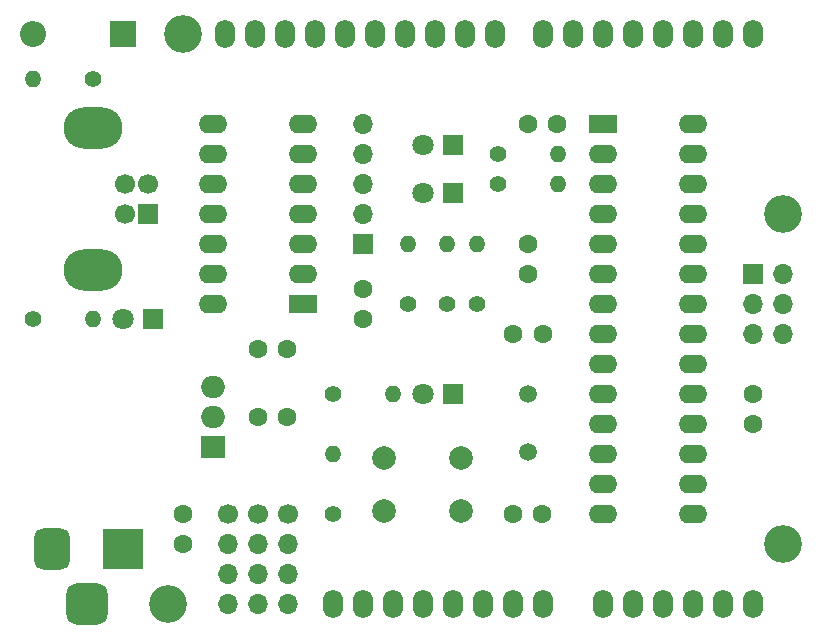
<source format=gbs>
%TF.GenerationSoftware,KiCad,Pcbnew,7.0.2-0*%
%TF.CreationDate,2023-07-06T00:17:10-07:00*%
%TF.ProjectId,DIPduino,44495064-7569-46e6-9f2e-6b696361645f,rev?*%
%TF.SameCoordinates,Original*%
%TF.FileFunction,Soldermask,Bot*%
%TF.FilePolarity,Negative*%
%FSLAX46Y46*%
G04 Gerber Fmt 4.6, Leading zero omitted, Abs format (unit mm)*
G04 Created by KiCad (PCBNEW 7.0.2-0) date 2023-07-06 00:17:10*
%MOMM*%
%LPD*%
G01*
G04 APERTURE LIST*
G04 Aperture macros list*
%AMRoundRect*
0 Rectangle with rounded corners*
0 $1 Rounding radius*
0 $2 $3 $4 $5 $6 $7 $8 $9 X,Y pos of 4 corners*
0 Add a 4 corners polygon primitive as box body*
4,1,4,$2,$3,$4,$5,$6,$7,$8,$9,$2,$3,0*
0 Add four circle primitives for the rounded corners*
1,1,$1+$1,$2,$3*
1,1,$1+$1,$4,$5*
1,1,$1+$1,$6,$7*
1,1,$1+$1,$8,$9*
0 Add four rect primitives between the rounded corners*
20,1,$1+$1,$2,$3,$4,$5,0*
20,1,$1+$1,$4,$5,$6,$7,0*
20,1,$1+$1,$6,$7,$8,$9,0*
20,1,$1+$1,$8,$9,$2,$3,0*%
G04 Aperture macros list end*
%ADD10C,1.500000*%
%ADD11C,1.600000*%
%ADD12R,2.000000X1.905000*%
%ADD13O,2.000000X1.905000*%
%ADD14C,1.400000*%
%ADD15O,1.400000X1.400000*%
%ADD16O,1.700000X2.400000*%
%ADD17R,1.800000X1.800000*%
%ADD18C,1.800000*%
%ADD19R,1.700000X1.700000*%
%ADD20O,1.700000X1.700000*%
%ADD21R,2.400000X1.600000*%
%ADD22O,2.400000X1.600000*%
%ADD23R,2.200000X2.200000*%
%ADD24O,2.200000X2.200000*%
%ADD25C,3.200000*%
%ADD26C,1.700000*%
%ADD27O,5.000000X3.500000*%
%ADD28C,2.000000*%
%ADD29RoundRect,0.875000X-0.875000X-0.875000X0.875000X-0.875000X0.875000X0.875000X-0.875000X0.875000X0*%
%ADD30RoundRect,0.750000X-0.750000X-1.000000X0.750000X-1.000000X0.750000X1.000000X-0.750000X1.000000X0*%
%ADD31R,3.500000X3.500000*%
G04 APERTURE END LIST*
D10*
%TO.C,Y1*%
X120650000Y-68380000D03*
X120650000Y-63500000D03*
%TD*%
D11*
%TO.C,C8*%
X97810000Y-65405000D03*
X100310000Y-65405000D03*
%TD*%
D12*
%TO.C,U4*%
X93980000Y-67945000D03*
D13*
X93980000Y-65405000D03*
X93980000Y-62865000D03*
%TD*%
D14*
%TO.C,R8*%
X110490000Y-55880000D03*
D15*
X110490000Y-50800000D03*
%TD*%
D16*
%TO.C,J6*%
X127000000Y-81280000D03*
X129540000Y-81280000D03*
X132080000Y-81280000D03*
X134620000Y-81280000D03*
X137160000Y-81280000D03*
X139700000Y-81280000D03*
%TD*%
%TO.C,J8*%
X104140000Y-81280000D03*
X106680000Y-81280000D03*
X109220000Y-81280000D03*
X111760000Y-81280000D03*
X114300000Y-81280000D03*
X116840000Y-81280000D03*
X119380000Y-81280000D03*
X121920000Y-81280000D03*
%TD*%
D17*
%TO.C,D1*%
X114300000Y-63500000D03*
D18*
X111760000Y-63500000D03*
%TD*%
D19*
%TO.C,J3*%
X139700000Y-53340000D03*
D20*
X142240000Y-53340000D03*
X139700000Y-55880000D03*
X142240000Y-55880000D03*
X139700000Y-58420000D03*
X142240000Y-58420000D03*
%TD*%
D14*
%TO.C,F1*%
X83820000Y-36830000D03*
D15*
X78740000Y-36830000D03*
%TD*%
D14*
%TO.C,R4*%
X116400000Y-55880000D03*
D15*
X116400000Y-50800000D03*
%TD*%
D21*
%TO.C,U1*%
X127000000Y-40640000D03*
D22*
X127000000Y-43180000D03*
X127000000Y-45720000D03*
X127000000Y-48260000D03*
X127000000Y-50800000D03*
X127000000Y-53340000D03*
X127000000Y-55880000D03*
X127000000Y-58420000D03*
X127000000Y-60960000D03*
X127000000Y-63500000D03*
X127000000Y-66040000D03*
X127000000Y-68580000D03*
X127000000Y-71120000D03*
X127000000Y-73660000D03*
X134620000Y-73660000D03*
X134620000Y-71120000D03*
X134620000Y-68580000D03*
X134620000Y-66040000D03*
X134620000Y-63500000D03*
X134620000Y-60960000D03*
X134620000Y-58420000D03*
X134620000Y-55880000D03*
X134620000Y-53340000D03*
X134620000Y-50800000D03*
X134620000Y-48260000D03*
X134620000Y-45720000D03*
X134620000Y-43180000D03*
X134620000Y-40640000D03*
%TD*%
D23*
%TO.C,D4*%
X86360000Y-33020000D03*
D24*
X78740000Y-33020000D03*
%TD*%
D14*
%TO.C,R3*%
X113860000Y-55880000D03*
D15*
X113860000Y-50800000D03*
%TD*%
D16*
%TO.C,J7*%
X139700000Y-33020000D03*
X137160000Y-33020000D03*
X134620000Y-33020000D03*
X132080000Y-33020000D03*
X129540000Y-33020000D03*
X127000000Y-33020000D03*
X124460000Y-33020000D03*
X121920000Y-33020000D03*
%TD*%
D25*
%TO.C,REF\u002A\u002A*%
X91440000Y-33020000D03*
X91440000Y-33020000D03*
%TD*%
D14*
%TO.C,R7*%
X78740000Y-57150000D03*
D15*
X83820000Y-57150000D03*
%TD*%
D16*
%TO.C,J9*%
X117856000Y-33020000D03*
X115316000Y-33020000D03*
X112776000Y-33020000D03*
X110236000Y-33020000D03*
X107696000Y-33020000D03*
X105156000Y-33020000D03*
X102616000Y-33020000D03*
X100076000Y-33020000D03*
X97536000Y-33020000D03*
X94996000Y-33020000D03*
%TD*%
D14*
%TO.C,R6*%
X118110000Y-43180000D03*
D15*
X123190000Y-43180000D03*
%TD*%
D19*
%TO.C,J5*%
X106680000Y-50800000D03*
D20*
X106680000Y-48260000D03*
X106680000Y-45720000D03*
X106680000Y-43180000D03*
X106680000Y-40640000D03*
%TD*%
D19*
%TO.C,J1*%
X88530000Y-48220000D03*
D26*
X88530000Y-45720000D03*
X86530000Y-45720000D03*
X86530000Y-48220000D03*
D27*
X83820000Y-52990000D03*
X83820000Y-40950000D03*
%TD*%
D11*
%TO.C,C4*%
X120670000Y-40640000D03*
X123170000Y-40640000D03*
%TD*%
%TO.C,C1*%
X139700000Y-63500000D03*
X139700000Y-66000000D03*
%TD*%
%TO.C,C2*%
X106680000Y-57130000D03*
X106680000Y-54630000D03*
%TD*%
D14*
%TO.C,R2*%
X104140000Y-63500000D03*
D15*
X109220000Y-63500000D03*
%TD*%
D28*
%TO.C,SW1*%
X108510000Y-68870000D03*
X115010000Y-68870000D03*
X108510000Y-73370000D03*
X115010000Y-73370000D03*
%TD*%
D11*
%TO.C,C9*%
X120650000Y-53320000D03*
X120650000Y-50820000D03*
%TD*%
D20*
%TO.C,J4*%
X95250000Y-81280000D03*
X95250000Y-78740000D03*
X95250000Y-76200000D03*
D26*
X95250000Y-73660000D03*
%TD*%
D17*
%TO.C,D5*%
X88900000Y-57150000D03*
D18*
X86360000Y-57150000D03*
%TD*%
D11*
%TO.C,C7*%
X91440000Y-76180000D03*
X91440000Y-73680000D03*
%TD*%
D17*
%TO.C,D2*%
X114300000Y-46482000D03*
D18*
X111760000Y-46482000D03*
%TD*%
D29*
%TO.C,J2*%
X83360000Y-81280000D03*
D30*
X80360000Y-76580000D03*
D31*
X86360000Y-76580000D03*
%TD*%
D11*
%TO.C,C3*%
X100310000Y-59690000D03*
X97810000Y-59690000D03*
%TD*%
D25*
%TO.C,REF\u002A\u002A*%
X142240000Y-76200000D03*
X142240000Y-76200000D03*
%TD*%
D20*
%TO.C,J10*%
X97790000Y-81280000D03*
X97790000Y-78740000D03*
X97790000Y-76200000D03*
D26*
X97790000Y-73660000D03*
%TD*%
D11*
%TO.C,C5*%
X119380000Y-73660000D03*
X121880000Y-73660000D03*
%TD*%
D14*
%TO.C,R1*%
X104140000Y-73660000D03*
D15*
X104140000Y-68580000D03*
%TD*%
D21*
%TO.C,U2*%
X101600000Y-55885000D03*
D22*
X101600000Y-53345000D03*
X101600000Y-50805000D03*
X101600000Y-48265000D03*
X101600000Y-45725000D03*
X101600000Y-43185000D03*
X101600000Y-40645000D03*
X93980000Y-40645000D03*
X93980000Y-43185000D03*
X93980000Y-45725000D03*
X93980000Y-48265000D03*
X93980000Y-50805000D03*
X93980000Y-53345000D03*
X93980000Y-55885000D03*
%TD*%
D17*
%TO.C,D3*%
X114305000Y-42418000D03*
D18*
X111765000Y-42418000D03*
%TD*%
D11*
%TO.C,C6*%
X119420000Y-58420000D03*
X121920000Y-58420000D03*
%TD*%
D25*
%TO.C,REF\u002A\u002A*%
X142240000Y-48260000D03*
X142240000Y-48260000D03*
%TD*%
D14*
%TO.C,R5*%
X118110000Y-45720000D03*
D15*
X123190000Y-45720000D03*
%TD*%
D25*
%TO.C,REF\u002A\u002A*%
X90170000Y-81280000D03*
%TD*%
D20*
%TO.C,J11*%
X100330000Y-81280000D03*
X100330000Y-78740000D03*
X100330000Y-76200000D03*
D26*
X100330000Y-73660000D03*
%TD*%
M02*

</source>
